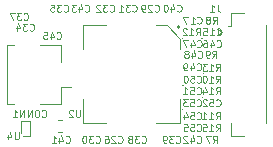
<source format=gbr>
G04 #@! TF.GenerationSoftware,KiCad,Pcbnew,(5.1.5-0-10_14)*
G04 #@! TF.CreationDate,2020-03-10T08:19:59-07:00*
G04 #@! TF.ProjectId,ARBO BT,4152424f-2042-4542-9e6b-696361645f70,rev?*
G04 #@! TF.SameCoordinates,Original*
G04 #@! TF.FileFunction,Legend,Bot*
G04 #@! TF.FilePolarity,Positive*
%FSLAX46Y46*%
G04 Gerber Fmt 4.6, Leading zero omitted, Abs format (unit mm)*
G04 Created by KiCad (PCBNEW (5.1.5-0-10_14)) date 2020-03-10 08:19:59*
%MOMM*%
%LPD*%
G04 APERTURE LIST*
%ADD10C,0.100000*%
G04 APERTURE END LIST*
D10*
X138000000Y-73500000D02*
G75*
G03X138000000Y-73500000I-100000J0D01*
G01*
X138020000Y-74500000D02*
X138020000Y-75380000D01*
X136900000Y-73380000D02*
X138020000Y-74500000D01*
X136020000Y-73380000D02*
X136900000Y-73380000D01*
X138020000Y-81620000D02*
X138020000Y-79620000D01*
X136020000Y-81620000D02*
X138020000Y-81620000D01*
X129780000Y-73380000D02*
X129780000Y-75380000D01*
X131780000Y-73380000D02*
X129780000Y-73380000D01*
X129780000Y-81620000D02*
X129780000Y-79620000D01*
X131780000Y-81620000D02*
X129780000Y-81620000D01*
X129780000Y-73380000D02*
X129780000Y-75380000D01*
X131780000Y-73380000D02*
X129780000Y-73380000D01*
X129780000Y-73380000D02*
X129780000Y-75380000D01*
X131780000Y-73380000D02*
X129780000Y-73380000D01*
X139990000Y-75450000D02*
G75*
G03X139990000Y-75450000I-50000J0D01*
G01*
X125350000Y-82700000D02*
X124750000Y-82700000D01*
X125350000Y-81500000D02*
X125350000Y-82700000D01*
X124550000Y-81500000D02*
X125350000Y-81500000D01*
X124550000Y-82500000D02*
X124550000Y-81500000D01*
X123415000Y-74990000D02*
X123965000Y-74990000D01*
X123415000Y-80010000D02*
X123415000Y-74990000D01*
X123965000Y-80010000D02*
X123415000Y-80010000D01*
X127935000Y-74990000D02*
X127935000Y-76440000D01*
X126185000Y-74990000D02*
X127935000Y-74990000D01*
X127935000Y-78560000D02*
X128825000Y-78560000D01*
X127935000Y-80010000D02*
X127935000Y-78560000D01*
X126185000Y-80010000D02*
X127935000Y-80010000D01*
X139920000Y-74450000D02*
G75*
G03X139920000Y-74450000I-50000J0D01*
G01*
X138270000Y-81550000D02*
G75*
G03X138270000Y-81550000I-50000J0D01*
G01*
X138270000Y-80500000D02*
G75*
G03X138270000Y-80500000I-50000J0D01*
G01*
X139990000Y-79450000D02*
G75*
G03X139990000Y-79450000I-50000J0D01*
G01*
X139890000Y-79500000D02*
G75*
G03X139890000Y-79500000I-50000J0D01*
G01*
X138290000Y-78450000D02*
G75*
G03X138290000Y-78450000I-50000J0D01*
G01*
X139990000Y-77450000D02*
G75*
G03X139990000Y-77450000I-50000J0D01*
G01*
X138260000Y-76450000D02*
G75*
G03X138260000Y-76450000I-50000J0D01*
G01*
X138290000Y-74450000D02*
G75*
G03X138290000Y-74450000I-50000J0D01*
G01*
X141226447Y-74150000D02*
X141226447Y-73650000D01*
X141580000Y-73900000D02*
X141226447Y-74150000D01*
X141226447Y-73650000D02*
X141580000Y-73900000D01*
X145310000Y-73360000D02*
X145310000Y-81640000D01*
X142320000Y-82710000D02*
X142320000Y-81610000D01*
X143440000Y-82710000D02*
X142320000Y-82710000D01*
X142320000Y-73390000D02*
X142080000Y-73390000D01*
X142320000Y-72290000D02*
X142320000Y-73390000D01*
X143440000Y-72290000D02*
X142320000Y-72290000D01*
X127724721Y-81340000D02*
X128050279Y-81340000D01*
X127724721Y-82360000D02*
X128050279Y-82360000D01*
X129557142Y-80521428D02*
X129557142Y-81007142D01*
X129528571Y-81064285D01*
X129500000Y-81092857D01*
X129442857Y-81121428D01*
X129328571Y-81121428D01*
X129271428Y-81092857D01*
X129242857Y-81064285D01*
X129214285Y-81007142D01*
X129214285Y-80521428D01*
X128957142Y-80578571D02*
X128928571Y-80550000D01*
X128871428Y-80521428D01*
X128728571Y-80521428D01*
X128671428Y-80550000D01*
X128642857Y-80578571D01*
X128614285Y-80635714D01*
X128614285Y-80692857D01*
X128642857Y-80778571D01*
X128985714Y-81121428D01*
X128614285Y-81121428D01*
X125285714Y-73764285D02*
X125314285Y-73792857D01*
X125400000Y-73821428D01*
X125457142Y-73821428D01*
X125542857Y-73792857D01*
X125600000Y-73735714D01*
X125628571Y-73678571D01*
X125657142Y-73564285D01*
X125657142Y-73478571D01*
X125628571Y-73364285D01*
X125600000Y-73307142D01*
X125542857Y-73250000D01*
X125457142Y-73221428D01*
X125400000Y-73221428D01*
X125314285Y-73250000D01*
X125285714Y-73278571D01*
X125085714Y-73221428D02*
X124714285Y-73221428D01*
X124914285Y-73450000D01*
X124828571Y-73450000D01*
X124771428Y-73478571D01*
X124742857Y-73507142D01*
X124714285Y-73564285D01*
X124714285Y-73707142D01*
X124742857Y-73764285D01*
X124771428Y-73792857D01*
X124828571Y-73821428D01*
X125000000Y-73821428D01*
X125057142Y-73792857D01*
X125085714Y-73764285D01*
X124200000Y-73421428D02*
X124200000Y-73821428D01*
X124342857Y-73192857D02*
X124485714Y-73621428D01*
X124114285Y-73621428D01*
X128185714Y-72164285D02*
X128214285Y-72192857D01*
X128300000Y-72221428D01*
X128357142Y-72221428D01*
X128442857Y-72192857D01*
X128500000Y-72135714D01*
X128528571Y-72078571D01*
X128557142Y-71964285D01*
X128557142Y-71878571D01*
X128528571Y-71764285D01*
X128500000Y-71707142D01*
X128442857Y-71650000D01*
X128357142Y-71621428D01*
X128300000Y-71621428D01*
X128214285Y-71650000D01*
X128185714Y-71678571D01*
X127985714Y-71621428D02*
X127614285Y-71621428D01*
X127814285Y-71850000D01*
X127728571Y-71850000D01*
X127671428Y-71878571D01*
X127642857Y-71907142D01*
X127614285Y-71964285D01*
X127614285Y-72107142D01*
X127642857Y-72164285D01*
X127671428Y-72192857D01*
X127728571Y-72221428D01*
X127900000Y-72221428D01*
X127957142Y-72192857D01*
X127985714Y-72164285D01*
X127071428Y-71621428D02*
X127357142Y-71621428D01*
X127385714Y-71907142D01*
X127357142Y-71878571D01*
X127300000Y-71850000D01*
X127157142Y-71850000D01*
X127100000Y-71878571D01*
X127071428Y-71907142D01*
X127042857Y-71964285D01*
X127042857Y-72107142D01*
X127071428Y-72164285D01*
X127100000Y-72192857D01*
X127157142Y-72221428D01*
X127300000Y-72221428D01*
X127357142Y-72192857D01*
X127385714Y-72164285D01*
X135885714Y-72164285D02*
X135914285Y-72192857D01*
X136000000Y-72221428D01*
X136057142Y-72221428D01*
X136142857Y-72192857D01*
X136200000Y-72135714D01*
X136228571Y-72078571D01*
X136257142Y-71964285D01*
X136257142Y-71878571D01*
X136228571Y-71764285D01*
X136200000Y-71707142D01*
X136142857Y-71650000D01*
X136057142Y-71621428D01*
X136000000Y-71621428D01*
X135914285Y-71650000D01*
X135885714Y-71678571D01*
X135657142Y-71678571D02*
X135628571Y-71650000D01*
X135571428Y-71621428D01*
X135428571Y-71621428D01*
X135371428Y-71650000D01*
X135342857Y-71678571D01*
X135314285Y-71735714D01*
X135314285Y-71792857D01*
X135342857Y-71878571D01*
X135685714Y-72221428D01*
X135314285Y-72221428D01*
X135028571Y-72221428D02*
X134914285Y-72221428D01*
X134857142Y-72192857D01*
X134828571Y-72164285D01*
X134771428Y-72078571D01*
X134742857Y-71964285D01*
X134742857Y-71735714D01*
X134771428Y-71678571D01*
X134800000Y-71650000D01*
X134857142Y-71621428D01*
X134971428Y-71621428D01*
X135028571Y-71650000D01*
X135057142Y-71678571D01*
X135085714Y-71735714D01*
X135085714Y-71878571D01*
X135057142Y-71935714D01*
X135028571Y-71964285D01*
X134971428Y-71992857D01*
X134857142Y-71992857D01*
X134800000Y-71964285D01*
X134771428Y-71935714D01*
X134742857Y-71878571D01*
X139545714Y-76064285D02*
X139574285Y-76092857D01*
X139660000Y-76121428D01*
X139717142Y-76121428D01*
X139802857Y-76092857D01*
X139860000Y-76035714D01*
X139888571Y-75978571D01*
X139917142Y-75864285D01*
X139917142Y-75778571D01*
X139888571Y-75664285D01*
X139860000Y-75607142D01*
X139802857Y-75550000D01*
X139717142Y-75521428D01*
X139660000Y-75521428D01*
X139574285Y-75550000D01*
X139545714Y-75578571D01*
X139031428Y-75721428D02*
X139031428Y-76121428D01*
X139174285Y-75492857D02*
X139317142Y-75921428D01*
X138945714Y-75921428D01*
X138631428Y-75778571D02*
X138688571Y-75750000D01*
X138717142Y-75721428D01*
X138745714Y-75664285D01*
X138745714Y-75635714D01*
X138717142Y-75578571D01*
X138688571Y-75550000D01*
X138631428Y-75521428D01*
X138517142Y-75521428D01*
X138460000Y-75550000D01*
X138431428Y-75578571D01*
X138402857Y-75635714D01*
X138402857Y-75664285D01*
X138431428Y-75721428D01*
X138460000Y-75750000D01*
X138517142Y-75778571D01*
X138631428Y-75778571D01*
X138688571Y-75807142D01*
X138717142Y-75835714D01*
X138745714Y-75892857D01*
X138745714Y-76007142D01*
X138717142Y-76064285D01*
X138688571Y-76092857D01*
X138631428Y-76121428D01*
X138517142Y-76121428D01*
X138460000Y-76092857D01*
X138431428Y-76064285D01*
X138402857Y-76007142D01*
X138402857Y-75892857D01*
X138431428Y-75835714D01*
X138460000Y-75807142D01*
X138517142Y-75778571D01*
X124357142Y-82421428D02*
X124357142Y-82907142D01*
X124328571Y-82964285D01*
X124300000Y-82992857D01*
X124242857Y-83021428D01*
X124128571Y-83021428D01*
X124071428Y-82992857D01*
X124042857Y-82964285D01*
X124014285Y-82907142D01*
X124014285Y-82421428D01*
X123471428Y-82621428D02*
X123471428Y-83021428D01*
X123614285Y-82392857D02*
X123757142Y-82821428D01*
X123385714Y-82821428D01*
X126342857Y-81064285D02*
X126371428Y-81092857D01*
X126457142Y-81121428D01*
X126514285Y-81121428D01*
X126600000Y-81092857D01*
X126657142Y-81035714D01*
X126685714Y-80978571D01*
X126714285Y-80864285D01*
X126714285Y-80778571D01*
X126685714Y-80664285D01*
X126657142Y-80607142D01*
X126600000Y-80550000D01*
X126514285Y-80521428D01*
X126457142Y-80521428D01*
X126371428Y-80550000D01*
X126342857Y-80578571D01*
X125971428Y-80521428D02*
X125857142Y-80521428D01*
X125800000Y-80550000D01*
X125742857Y-80607142D01*
X125714285Y-80721428D01*
X125714285Y-80921428D01*
X125742857Y-81035714D01*
X125800000Y-81092857D01*
X125857142Y-81121428D01*
X125971428Y-81121428D01*
X126028571Y-81092857D01*
X126085714Y-81035714D01*
X126114285Y-80921428D01*
X126114285Y-80721428D01*
X126085714Y-80607142D01*
X126028571Y-80550000D01*
X125971428Y-80521428D01*
X125457142Y-81121428D02*
X125457142Y-80521428D01*
X125114285Y-81121428D01*
X125114285Y-80521428D01*
X124828571Y-81121428D02*
X124828571Y-80521428D01*
X124485714Y-81121428D01*
X124485714Y-80521428D01*
X123885714Y-81121428D02*
X124228571Y-81121428D01*
X124057142Y-81121428D02*
X124057142Y-80521428D01*
X124114285Y-80607142D01*
X124171428Y-80664285D01*
X124228571Y-80692857D01*
X132085714Y-72164285D02*
X132114285Y-72192857D01*
X132200000Y-72221428D01*
X132257142Y-72221428D01*
X132342857Y-72192857D01*
X132400000Y-72135714D01*
X132428571Y-72078571D01*
X132457142Y-71964285D01*
X132457142Y-71878571D01*
X132428571Y-71764285D01*
X132400000Y-71707142D01*
X132342857Y-71650000D01*
X132257142Y-71621428D01*
X132200000Y-71621428D01*
X132114285Y-71650000D01*
X132085714Y-71678571D01*
X131885714Y-71621428D02*
X131514285Y-71621428D01*
X131714285Y-71850000D01*
X131628571Y-71850000D01*
X131571428Y-71878571D01*
X131542857Y-71907142D01*
X131514285Y-71964285D01*
X131514285Y-72107142D01*
X131542857Y-72164285D01*
X131571428Y-72192857D01*
X131628571Y-72221428D01*
X131800000Y-72221428D01*
X131857142Y-72192857D01*
X131885714Y-72164285D01*
X131285714Y-71678571D02*
X131257142Y-71650000D01*
X131200000Y-71621428D01*
X131057142Y-71621428D01*
X131000000Y-71650000D01*
X130971428Y-71678571D01*
X130942857Y-71735714D01*
X130942857Y-71792857D01*
X130971428Y-71878571D01*
X131314285Y-72221428D01*
X130942857Y-72221428D01*
X141135714Y-75164285D02*
X141164285Y-75192857D01*
X141250000Y-75221428D01*
X141307142Y-75221428D01*
X141392857Y-75192857D01*
X141450000Y-75135714D01*
X141478571Y-75078571D01*
X141507142Y-74964285D01*
X141507142Y-74878571D01*
X141478571Y-74764285D01*
X141450000Y-74707142D01*
X141392857Y-74650000D01*
X141307142Y-74621428D01*
X141250000Y-74621428D01*
X141164285Y-74650000D01*
X141135714Y-74678571D01*
X140621428Y-74821428D02*
X140621428Y-75221428D01*
X140764285Y-74592857D02*
X140907142Y-75021428D01*
X140535714Y-75021428D01*
X140050000Y-74621428D02*
X140164285Y-74621428D01*
X140221428Y-74650000D01*
X140250000Y-74678571D01*
X140307142Y-74764285D01*
X140335714Y-74878571D01*
X140335714Y-75107142D01*
X140307142Y-75164285D01*
X140278571Y-75192857D01*
X140221428Y-75221428D01*
X140107142Y-75221428D01*
X140050000Y-75192857D01*
X140021428Y-75164285D01*
X139992857Y-75107142D01*
X139992857Y-74964285D01*
X140021428Y-74907142D01*
X140050000Y-74878571D01*
X140107142Y-74850000D01*
X140221428Y-74850000D01*
X140278571Y-74878571D01*
X140307142Y-74907142D01*
X140335714Y-74964285D01*
X132785714Y-83264285D02*
X132814285Y-83292857D01*
X132900000Y-83321428D01*
X132957142Y-83321428D01*
X133042857Y-83292857D01*
X133100000Y-83235714D01*
X133128571Y-83178571D01*
X133157142Y-83064285D01*
X133157142Y-82978571D01*
X133128571Y-82864285D01*
X133100000Y-82807142D01*
X133042857Y-82750000D01*
X132957142Y-82721428D01*
X132900000Y-82721428D01*
X132814285Y-82750000D01*
X132785714Y-82778571D01*
X132557142Y-82778571D02*
X132528571Y-82750000D01*
X132471428Y-82721428D01*
X132328571Y-82721428D01*
X132271428Y-82750000D01*
X132242857Y-82778571D01*
X132214285Y-82835714D01*
X132214285Y-82892857D01*
X132242857Y-82978571D01*
X132585714Y-83321428D01*
X132214285Y-83321428D01*
X131700000Y-82721428D02*
X131814285Y-82721428D01*
X131871428Y-82750000D01*
X131900000Y-82778571D01*
X131957142Y-82864285D01*
X131985714Y-82978571D01*
X131985714Y-83207142D01*
X131957142Y-83264285D01*
X131928571Y-83292857D01*
X131871428Y-83321428D01*
X131757142Y-83321428D01*
X131700000Y-83292857D01*
X131671428Y-83264285D01*
X131642857Y-83207142D01*
X131642857Y-83064285D01*
X131671428Y-83007142D01*
X131700000Y-82978571D01*
X131757142Y-82950000D01*
X131871428Y-82950000D01*
X131928571Y-82978571D01*
X131957142Y-83007142D01*
X131985714Y-83064285D01*
X137685714Y-83264285D02*
X137714285Y-83292857D01*
X137800000Y-83321428D01*
X137857142Y-83321428D01*
X137942857Y-83292857D01*
X138000000Y-83235714D01*
X138028571Y-83178571D01*
X138057142Y-83064285D01*
X138057142Y-82978571D01*
X138028571Y-82864285D01*
X138000000Y-82807142D01*
X137942857Y-82750000D01*
X137857142Y-82721428D01*
X137800000Y-82721428D01*
X137714285Y-82750000D01*
X137685714Y-82778571D01*
X137485714Y-82721428D02*
X137114285Y-82721428D01*
X137314285Y-82950000D01*
X137228571Y-82950000D01*
X137171428Y-82978571D01*
X137142857Y-83007142D01*
X137114285Y-83064285D01*
X137114285Y-83207142D01*
X137142857Y-83264285D01*
X137171428Y-83292857D01*
X137228571Y-83321428D01*
X137400000Y-83321428D01*
X137457142Y-83292857D01*
X137485714Y-83264285D01*
X136828571Y-83321428D02*
X136714285Y-83321428D01*
X136657142Y-83292857D01*
X136628571Y-83264285D01*
X136571428Y-83178571D01*
X136542857Y-83064285D01*
X136542857Y-82835714D01*
X136571428Y-82778571D01*
X136600000Y-82750000D01*
X136657142Y-82721428D01*
X136771428Y-82721428D01*
X136828571Y-82750000D01*
X136857142Y-82778571D01*
X136885714Y-82835714D01*
X136885714Y-82978571D01*
X136857142Y-83035714D01*
X136828571Y-83064285D01*
X136771428Y-83092857D01*
X136657142Y-83092857D01*
X136600000Y-83064285D01*
X136571428Y-83035714D01*
X136542857Y-82978571D01*
X141085714Y-82321428D02*
X141285714Y-82035714D01*
X141428571Y-82321428D02*
X141428571Y-81721428D01*
X141200000Y-81721428D01*
X141142857Y-81750000D01*
X141114285Y-81778571D01*
X141085714Y-81835714D01*
X141085714Y-81921428D01*
X141114285Y-81978571D01*
X141142857Y-82007142D01*
X141200000Y-82035714D01*
X141428571Y-82035714D01*
X140514285Y-82321428D02*
X140857142Y-82321428D01*
X140685714Y-82321428D02*
X140685714Y-81721428D01*
X140742857Y-81807142D01*
X140800000Y-81864285D01*
X140857142Y-81892857D01*
X139971428Y-81721428D02*
X140257142Y-81721428D01*
X140285714Y-82007142D01*
X140257142Y-81978571D01*
X140200000Y-81950000D01*
X140057142Y-81950000D01*
X140000000Y-81978571D01*
X139971428Y-82007142D01*
X139942857Y-82064285D01*
X139942857Y-82207142D01*
X139971428Y-82264285D01*
X140000000Y-82292857D01*
X140057142Y-82321428D01*
X140200000Y-82321428D01*
X140257142Y-82292857D01*
X140285714Y-82264285D01*
X141075714Y-79221428D02*
X141275714Y-78935714D01*
X141418571Y-79221428D02*
X141418571Y-78621428D01*
X141190000Y-78621428D01*
X141132857Y-78650000D01*
X141104285Y-78678571D01*
X141075714Y-78735714D01*
X141075714Y-78821428D01*
X141104285Y-78878571D01*
X141132857Y-78907142D01*
X141190000Y-78935714D01*
X141418571Y-78935714D01*
X140504285Y-79221428D02*
X140847142Y-79221428D01*
X140675714Y-79221428D02*
X140675714Y-78621428D01*
X140732857Y-78707142D01*
X140790000Y-78764285D01*
X140847142Y-78792857D01*
X139990000Y-78821428D02*
X139990000Y-79221428D01*
X140132857Y-78592857D02*
X140275714Y-79021428D01*
X139904285Y-79021428D01*
X141075714Y-77221428D02*
X141275714Y-76935714D01*
X141418571Y-77221428D02*
X141418571Y-76621428D01*
X141190000Y-76621428D01*
X141132857Y-76650000D01*
X141104285Y-76678571D01*
X141075714Y-76735714D01*
X141075714Y-76821428D01*
X141104285Y-76878571D01*
X141132857Y-76907142D01*
X141190000Y-76935714D01*
X141418571Y-76935714D01*
X140504285Y-77221428D02*
X140847142Y-77221428D01*
X140675714Y-77221428D02*
X140675714Y-76621428D01*
X140732857Y-76707142D01*
X140790000Y-76764285D01*
X140847142Y-76792857D01*
X140304285Y-76621428D02*
X139932857Y-76621428D01*
X140132857Y-76850000D01*
X140047142Y-76850000D01*
X139990000Y-76878571D01*
X139961428Y-76907142D01*
X139932857Y-76964285D01*
X139932857Y-77107142D01*
X139961428Y-77164285D01*
X139990000Y-77192857D01*
X140047142Y-77221428D01*
X140218571Y-77221428D01*
X140275714Y-77192857D01*
X140304285Y-77164285D01*
X139385714Y-74221428D02*
X139585714Y-73935714D01*
X139728571Y-74221428D02*
X139728571Y-73621428D01*
X139500000Y-73621428D01*
X139442857Y-73650000D01*
X139414285Y-73678571D01*
X139385714Y-73735714D01*
X139385714Y-73821428D01*
X139414285Y-73878571D01*
X139442857Y-73907142D01*
X139500000Y-73935714D01*
X139728571Y-73935714D01*
X138814285Y-74221428D02*
X139157142Y-74221428D01*
X138985714Y-74221428D02*
X138985714Y-73621428D01*
X139042857Y-73707142D01*
X139100000Y-73764285D01*
X139157142Y-73792857D01*
X138585714Y-73678571D02*
X138557142Y-73650000D01*
X138500000Y-73621428D01*
X138357142Y-73621428D01*
X138300000Y-73650000D01*
X138271428Y-73678571D01*
X138242857Y-73735714D01*
X138242857Y-73792857D01*
X138271428Y-73878571D01*
X138614285Y-74221428D01*
X138242857Y-74221428D01*
X141065714Y-81321428D02*
X141265714Y-81035714D01*
X141408571Y-81321428D02*
X141408571Y-80721428D01*
X141180000Y-80721428D01*
X141122857Y-80750000D01*
X141094285Y-80778571D01*
X141065714Y-80835714D01*
X141065714Y-80921428D01*
X141094285Y-80978571D01*
X141122857Y-81007142D01*
X141180000Y-81035714D01*
X141408571Y-81035714D01*
X140494285Y-81321428D02*
X140837142Y-81321428D01*
X140665714Y-81321428D02*
X140665714Y-80721428D01*
X140722857Y-80807142D01*
X140780000Y-80864285D01*
X140837142Y-80892857D01*
X139922857Y-81321428D02*
X140265714Y-81321428D01*
X140094285Y-81321428D02*
X140094285Y-80721428D01*
X140151428Y-80807142D01*
X140208571Y-80864285D01*
X140265714Y-80892857D01*
X141085714Y-78221428D02*
X141285714Y-77935714D01*
X141428571Y-78221428D02*
X141428571Y-77621428D01*
X141200000Y-77621428D01*
X141142857Y-77650000D01*
X141114285Y-77678571D01*
X141085714Y-77735714D01*
X141085714Y-77821428D01*
X141114285Y-77878571D01*
X141142857Y-77907142D01*
X141200000Y-77935714D01*
X141428571Y-77935714D01*
X140514285Y-78221428D02*
X140857142Y-78221428D01*
X140685714Y-78221428D02*
X140685714Y-77621428D01*
X140742857Y-77707142D01*
X140800000Y-77764285D01*
X140857142Y-77792857D01*
X140142857Y-77621428D02*
X140085714Y-77621428D01*
X140028571Y-77650000D01*
X140000000Y-77678571D01*
X139971428Y-77735714D01*
X139942857Y-77850000D01*
X139942857Y-77992857D01*
X139971428Y-78107142D01*
X140000000Y-78164285D01*
X140028571Y-78192857D01*
X140085714Y-78221428D01*
X140142857Y-78221428D01*
X140200000Y-78192857D01*
X140228571Y-78164285D01*
X140257142Y-78107142D01*
X140285714Y-77992857D01*
X140285714Y-77850000D01*
X140257142Y-77735714D01*
X140228571Y-77678571D01*
X140200000Y-77650000D01*
X140142857Y-77621428D01*
X140770000Y-76121428D02*
X140970000Y-75835714D01*
X141112857Y-76121428D02*
X141112857Y-75521428D01*
X140884285Y-75521428D01*
X140827142Y-75550000D01*
X140798571Y-75578571D01*
X140770000Y-75635714D01*
X140770000Y-75721428D01*
X140798571Y-75778571D01*
X140827142Y-75807142D01*
X140884285Y-75835714D01*
X141112857Y-75835714D01*
X140484285Y-76121428D02*
X140370000Y-76121428D01*
X140312857Y-76092857D01*
X140284285Y-76064285D01*
X140227142Y-75978571D01*
X140198571Y-75864285D01*
X140198571Y-75635714D01*
X140227142Y-75578571D01*
X140255714Y-75550000D01*
X140312857Y-75521428D01*
X140427142Y-75521428D01*
X140484285Y-75550000D01*
X140512857Y-75578571D01*
X140541428Y-75635714D01*
X140541428Y-75778571D01*
X140512857Y-75835714D01*
X140484285Y-75864285D01*
X140427142Y-75892857D01*
X140312857Y-75892857D01*
X140255714Y-75864285D01*
X140227142Y-75835714D01*
X140198571Y-75778571D01*
X140800000Y-73221428D02*
X141000000Y-72935714D01*
X141142857Y-73221428D02*
X141142857Y-72621428D01*
X140914285Y-72621428D01*
X140857142Y-72650000D01*
X140828571Y-72678571D01*
X140800000Y-72735714D01*
X140800000Y-72821428D01*
X140828571Y-72878571D01*
X140857142Y-72907142D01*
X140914285Y-72935714D01*
X141142857Y-72935714D01*
X140457142Y-72878571D02*
X140514285Y-72850000D01*
X140542857Y-72821428D01*
X140571428Y-72764285D01*
X140571428Y-72735714D01*
X140542857Y-72678571D01*
X140514285Y-72650000D01*
X140457142Y-72621428D01*
X140342857Y-72621428D01*
X140285714Y-72650000D01*
X140257142Y-72678571D01*
X140228571Y-72735714D01*
X140228571Y-72764285D01*
X140257142Y-72821428D01*
X140285714Y-72850000D01*
X140342857Y-72878571D01*
X140457142Y-72878571D01*
X140514285Y-72907142D01*
X140542857Y-72935714D01*
X140571428Y-72992857D01*
X140571428Y-73107142D01*
X140542857Y-73164285D01*
X140514285Y-73192857D01*
X140457142Y-73221428D01*
X140342857Y-73221428D01*
X140285714Y-73192857D01*
X140257142Y-73164285D01*
X140228571Y-73107142D01*
X140228571Y-72992857D01*
X140257142Y-72935714D01*
X140285714Y-72907142D01*
X140342857Y-72878571D01*
X139465714Y-82264285D02*
X139494285Y-82292857D01*
X139580000Y-82321428D01*
X139637142Y-82321428D01*
X139722857Y-82292857D01*
X139780000Y-82235714D01*
X139808571Y-82178571D01*
X139837142Y-82064285D01*
X139837142Y-81978571D01*
X139808571Y-81864285D01*
X139780000Y-81807142D01*
X139722857Y-81750000D01*
X139637142Y-81721428D01*
X139580000Y-81721428D01*
X139494285Y-81750000D01*
X139465714Y-81778571D01*
X138922857Y-81721428D02*
X139208571Y-81721428D01*
X139237142Y-82007142D01*
X139208571Y-81978571D01*
X139151428Y-81950000D01*
X139008571Y-81950000D01*
X138951428Y-81978571D01*
X138922857Y-82007142D01*
X138894285Y-82064285D01*
X138894285Y-82207142D01*
X138922857Y-82264285D01*
X138951428Y-82292857D01*
X139008571Y-82321428D01*
X139151428Y-82321428D01*
X139208571Y-82292857D01*
X139237142Y-82264285D01*
X138351428Y-81721428D02*
X138637142Y-81721428D01*
X138665714Y-82007142D01*
X138637142Y-81978571D01*
X138580000Y-81950000D01*
X138437142Y-81950000D01*
X138380000Y-81978571D01*
X138351428Y-82007142D01*
X138322857Y-82064285D01*
X138322857Y-82207142D01*
X138351428Y-82264285D01*
X138380000Y-82292857D01*
X138437142Y-82321428D01*
X138580000Y-82321428D01*
X138637142Y-82292857D01*
X138665714Y-82264285D01*
X139465714Y-81264285D02*
X139494285Y-81292857D01*
X139580000Y-81321428D01*
X139637142Y-81321428D01*
X139722857Y-81292857D01*
X139780000Y-81235714D01*
X139808571Y-81178571D01*
X139837142Y-81064285D01*
X139837142Y-80978571D01*
X139808571Y-80864285D01*
X139780000Y-80807142D01*
X139722857Y-80750000D01*
X139637142Y-80721428D01*
X139580000Y-80721428D01*
X139494285Y-80750000D01*
X139465714Y-80778571D01*
X138922857Y-80721428D02*
X139208571Y-80721428D01*
X139237142Y-81007142D01*
X139208571Y-80978571D01*
X139151428Y-80950000D01*
X139008571Y-80950000D01*
X138951428Y-80978571D01*
X138922857Y-81007142D01*
X138894285Y-81064285D01*
X138894285Y-81207142D01*
X138922857Y-81264285D01*
X138951428Y-81292857D01*
X139008571Y-81321428D01*
X139151428Y-81321428D01*
X139208571Y-81292857D01*
X139237142Y-81264285D01*
X138380000Y-80921428D02*
X138380000Y-81321428D01*
X138522857Y-80692857D02*
X138665714Y-81121428D01*
X138294285Y-81121428D01*
X139445714Y-80164285D02*
X139474285Y-80192857D01*
X139560000Y-80221428D01*
X139617142Y-80221428D01*
X139702857Y-80192857D01*
X139760000Y-80135714D01*
X139788571Y-80078571D01*
X139817142Y-79964285D01*
X139817142Y-79878571D01*
X139788571Y-79764285D01*
X139760000Y-79707142D01*
X139702857Y-79650000D01*
X139617142Y-79621428D01*
X139560000Y-79621428D01*
X139474285Y-79650000D01*
X139445714Y-79678571D01*
X138902857Y-79621428D02*
X139188571Y-79621428D01*
X139217142Y-79907142D01*
X139188571Y-79878571D01*
X139131428Y-79850000D01*
X138988571Y-79850000D01*
X138931428Y-79878571D01*
X138902857Y-79907142D01*
X138874285Y-79964285D01*
X138874285Y-80107142D01*
X138902857Y-80164285D01*
X138931428Y-80192857D01*
X138988571Y-80221428D01*
X139131428Y-80221428D01*
X139188571Y-80192857D01*
X139217142Y-80164285D01*
X138674285Y-79621428D02*
X138302857Y-79621428D01*
X138502857Y-79850000D01*
X138417142Y-79850000D01*
X138360000Y-79878571D01*
X138331428Y-79907142D01*
X138302857Y-79964285D01*
X138302857Y-80107142D01*
X138331428Y-80164285D01*
X138360000Y-80192857D01*
X138417142Y-80221428D01*
X138588571Y-80221428D01*
X138645714Y-80192857D01*
X138674285Y-80164285D01*
X141085714Y-80164285D02*
X141114285Y-80192857D01*
X141200000Y-80221428D01*
X141257142Y-80221428D01*
X141342857Y-80192857D01*
X141400000Y-80135714D01*
X141428571Y-80078571D01*
X141457142Y-79964285D01*
X141457142Y-79878571D01*
X141428571Y-79764285D01*
X141400000Y-79707142D01*
X141342857Y-79650000D01*
X141257142Y-79621428D01*
X141200000Y-79621428D01*
X141114285Y-79650000D01*
X141085714Y-79678571D01*
X140542857Y-79621428D02*
X140828571Y-79621428D01*
X140857142Y-79907142D01*
X140828571Y-79878571D01*
X140771428Y-79850000D01*
X140628571Y-79850000D01*
X140571428Y-79878571D01*
X140542857Y-79907142D01*
X140514285Y-79964285D01*
X140514285Y-80107142D01*
X140542857Y-80164285D01*
X140571428Y-80192857D01*
X140628571Y-80221428D01*
X140771428Y-80221428D01*
X140828571Y-80192857D01*
X140857142Y-80164285D01*
X140285714Y-79678571D02*
X140257142Y-79650000D01*
X140200000Y-79621428D01*
X140057142Y-79621428D01*
X140000000Y-79650000D01*
X139971428Y-79678571D01*
X139942857Y-79735714D01*
X139942857Y-79792857D01*
X139971428Y-79878571D01*
X140314285Y-80221428D01*
X139942857Y-80221428D01*
X139455714Y-79164285D02*
X139484285Y-79192857D01*
X139570000Y-79221428D01*
X139627142Y-79221428D01*
X139712857Y-79192857D01*
X139770000Y-79135714D01*
X139798571Y-79078571D01*
X139827142Y-78964285D01*
X139827142Y-78878571D01*
X139798571Y-78764285D01*
X139770000Y-78707142D01*
X139712857Y-78650000D01*
X139627142Y-78621428D01*
X139570000Y-78621428D01*
X139484285Y-78650000D01*
X139455714Y-78678571D01*
X138912857Y-78621428D02*
X139198571Y-78621428D01*
X139227142Y-78907142D01*
X139198571Y-78878571D01*
X139141428Y-78850000D01*
X138998571Y-78850000D01*
X138941428Y-78878571D01*
X138912857Y-78907142D01*
X138884285Y-78964285D01*
X138884285Y-79107142D01*
X138912857Y-79164285D01*
X138941428Y-79192857D01*
X138998571Y-79221428D01*
X139141428Y-79221428D01*
X139198571Y-79192857D01*
X139227142Y-79164285D01*
X138312857Y-79221428D02*
X138655714Y-79221428D01*
X138484285Y-79221428D02*
X138484285Y-78621428D01*
X138541428Y-78707142D01*
X138598571Y-78764285D01*
X138655714Y-78792857D01*
X139465714Y-78164285D02*
X139494285Y-78192857D01*
X139580000Y-78221428D01*
X139637142Y-78221428D01*
X139722857Y-78192857D01*
X139780000Y-78135714D01*
X139808571Y-78078571D01*
X139837142Y-77964285D01*
X139837142Y-77878571D01*
X139808571Y-77764285D01*
X139780000Y-77707142D01*
X139722857Y-77650000D01*
X139637142Y-77621428D01*
X139580000Y-77621428D01*
X139494285Y-77650000D01*
X139465714Y-77678571D01*
X138922857Y-77621428D02*
X139208571Y-77621428D01*
X139237142Y-77907142D01*
X139208571Y-77878571D01*
X139151428Y-77850000D01*
X139008571Y-77850000D01*
X138951428Y-77878571D01*
X138922857Y-77907142D01*
X138894285Y-77964285D01*
X138894285Y-78107142D01*
X138922857Y-78164285D01*
X138951428Y-78192857D01*
X139008571Y-78221428D01*
X139151428Y-78221428D01*
X139208571Y-78192857D01*
X139237142Y-78164285D01*
X138522857Y-77621428D02*
X138465714Y-77621428D01*
X138408571Y-77650000D01*
X138380000Y-77678571D01*
X138351428Y-77735714D01*
X138322857Y-77850000D01*
X138322857Y-77992857D01*
X138351428Y-78107142D01*
X138380000Y-78164285D01*
X138408571Y-78192857D01*
X138465714Y-78221428D01*
X138522857Y-78221428D01*
X138580000Y-78192857D01*
X138608571Y-78164285D01*
X138637142Y-78107142D01*
X138665714Y-77992857D01*
X138665714Y-77850000D01*
X138637142Y-77735714D01*
X138608571Y-77678571D01*
X138580000Y-77650000D01*
X138522857Y-77621428D01*
X139455714Y-77114285D02*
X139484285Y-77142857D01*
X139570000Y-77171428D01*
X139627142Y-77171428D01*
X139712857Y-77142857D01*
X139770000Y-77085714D01*
X139798571Y-77028571D01*
X139827142Y-76914285D01*
X139827142Y-76828571D01*
X139798571Y-76714285D01*
X139770000Y-76657142D01*
X139712857Y-76600000D01*
X139627142Y-76571428D01*
X139570000Y-76571428D01*
X139484285Y-76600000D01*
X139455714Y-76628571D01*
X138941428Y-76771428D02*
X138941428Y-77171428D01*
X139084285Y-76542857D02*
X139227142Y-76971428D01*
X138855714Y-76971428D01*
X138598571Y-77171428D02*
X138484285Y-77171428D01*
X138427142Y-77142857D01*
X138398571Y-77114285D01*
X138341428Y-77028571D01*
X138312857Y-76914285D01*
X138312857Y-76685714D01*
X138341428Y-76628571D01*
X138370000Y-76600000D01*
X138427142Y-76571428D01*
X138541428Y-76571428D01*
X138598571Y-76600000D01*
X138627142Y-76628571D01*
X138655714Y-76685714D01*
X138655714Y-76828571D01*
X138627142Y-76885714D01*
X138598571Y-76914285D01*
X138541428Y-76942857D01*
X138427142Y-76942857D01*
X138370000Y-76914285D01*
X138341428Y-76885714D01*
X138312857Y-76828571D01*
X139485714Y-75164285D02*
X139514285Y-75192857D01*
X139600000Y-75221428D01*
X139657142Y-75221428D01*
X139742857Y-75192857D01*
X139800000Y-75135714D01*
X139828571Y-75078571D01*
X139857142Y-74964285D01*
X139857142Y-74878571D01*
X139828571Y-74764285D01*
X139800000Y-74707142D01*
X139742857Y-74650000D01*
X139657142Y-74621428D01*
X139600000Y-74621428D01*
X139514285Y-74650000D01*
X139485714Y-74678571D01*
X138971428Y-74821428D02*
X138971428Y-75221428D01*
X139114285Y-74592857D02*
X139257142Y-75021428D01*
X138885714Y-75021428D01*
X138714285Y-74621428D02*
X138314285Y-74621428D01*
X138571428Y-75221428D01*
X139485714Y-73164285D02*
X139514285Y-73192857D01*
X139600000Y-73221428D01*
X139657142Y-73221428D01*
X139742857Y-73192857D01*
X139800000Y-73135714D01*
X139828571Y-73078571D01*
X139857142Y-72964285D01*
X139857142Y-72878571D01*
X139828571Y-72764285D01*
X139800000Y-72707142D01*
X139742857Y-72650000D01*
X139657142Y-72621428D01*
X139600000Y-72621428D01*
X139514285Y-72650000D01*
X139485714Y-72678571D01*
X138914285Y-73221428D02*
X139257142Y-73221428D01*
X139085714Y-73221428D02*
X139085714Y-72621428D01*
X139142857Y-72707142D01*
X139200000Y-72764285D01*
X139257142Y-72792857D01*
X138714285Y-72621428D02*
X138314285Y-72621428D01*
X138571428Y-73221428D01*
X141115714Y-74164285D02*
X141144285Y-74192857D01*
X141230000Y-74221428D01*
X141287142Y-74221428D01*
X141372857Y-74192857D01*
X141430000Y-74135714D01*
X141458571Y-74078571D01*
X141487142Y-73964285D01*
X141487142Y-73878571D01*
X141458571Y-73764285D01*
X141430000Y-73707142D01*
X141372857Y-73650000D01*
X141287142Y-73621428D01*
X141230000Y-73621428D01*
X141144285Y-73650000D01*
X141115714Y-73678571D01*
X140544285Y-74221428D02*
X140887142Y-74221428D01*
X140715714Y-74221428D02*
X140715714Y-73621428D01*
X140772857Y-73707142D01*
X140830000Y-73764285D01*
X140887142Y-73792857D01*
X140001428Y-73621428D02*
X140287142Y-73621428D01*
X140315714Y-73907142D01*
X140287142Y-73878571D01*
X140230000Y-73850000D01*
X140087142Y-73850000D01*
X140030000Y-73878571D01*
X140001428Y-73907142D01*
X139972857Y-73964285D01*
X139972857Y-74107142D01*
X140001428Y-74164285D01*
X140030000Y-74192857D01*
X140087142Y-74221428D01*
X140230000Y-74221428D01*
X140287142Y-74192857D01*
X140315714Y-74164285D01*
X141200000Y-71621428D02*
X141200000Y-72050000D01*
X141228571Y-72135714D01*
X141285714Y-72192857D01*
X141371428Y-72221428D01*
X141428571Y-72221428D01*
X140600000Y-72221428D02*
X140942857Y-72221428D01*
X140771428Y-72221428D02*
X140771428Y-71621428D01*
X140828571Y-71707142D01*
X140885714Y-71764285D01*
X140942857Y-71792857D01*
X140820000Y-83321428D02*
X141020000Y-83035714D01*
X141162857Y-83321428D02*
X141162857Y-82721428D01*
X140934285Y-82721428D01*
X140877142Y-82750000D01*
X140848571Y-82778571D01*
X140820000Y-82835714D01*
X140820000Y-82921428D01*
X140848571Y-82978571D01*
X140877142Y-83007142D01*
X140934285Y-83035714D01*
X141162857Y-83035714D01*
X140620000Y-82721428D02*
X140220000Y-82721428D01*
X140477142Y-83321428D01*
X127585714Y-74464285D02*
X127614285Y-74492857D01*
X127700000Y-74521428D01*
X127757142Y-74521428D01*
X127842857Y-74492857D01*
X127900000Y-74435714D01*
X127928571Y-74378571D01*
X127957142Y-74264285D01*
X127957142Y-74178571D01*
X127928571Y-74064285D01*
X127900000Y-74007142D01*
X127842857Y-73950000D01*
X127757142Y-73921428D01*
X127700000Y-73921428D01*
X127614285Y-73950000D01*
X127585714Y-73978571D01*
X127071428Y-74121428D02*
X127071428Y-74521428D01*
X127214285Y-73892857D02*
X127357142Y-74321428D01*
X126985714Y-74321428D01*
X126471428Y-73921428D02*
X126757142Y-73921428D01*
X126785714Y-74207142D01*
X126757142Y-74178571D01*
X126700000Y-74150000D01*
X126557142Y-74150000D01*
X126500000Y-74178571D01*
X126471428Y-74207142D01*
X126442857Y-74264285D01*
X126442857Y-74407142D01*
X126471428Y-74464285D01*
X126500000Y-74492857D01*
X126557142Y-74521428D01*
X126700000Y-74521428D01*
X126757142Y-74492857D01*
X126785714Y-74464285D01*
X129985714Y-72164285D02*
X130014285Y-72192857D01*
X130100000Y-72221428D01*
X130157142Y-72221428D01*
X130242857Y-72192857D01*
X130300000Y-72135714D01*
X130328571Y-72078571D01*
X130357142Y-71964285D01*
X130357142Y-71878571D01*
X130328571Y-71764285D01*
X130300000Y-71707142D01*
X130242857Y-71650000D01*
X130157142Y-71621428D01*
X130100000Y-71621428D01*
X130014285Y-71650000D01*
X129985714Y-71678571D01*
X129471428Y-71821428D02*
X129471428Y-72221428D01*
X129614285Y-71592857D02*
X129757142Y-72021428D01*
X129385714Y-72021428D01*
X129214285Y-71621428D02*
X128842857Y-71621428D01*
X129042857Y-71850000D01*
X128957142Y-71850000D01*
X128900000Y-71878571D01*
X128871428Y-71907142D01*
X128842857Y-71964285D01*
X128842857Y-72107142D01*
X128871428Y-72164285D01*
X128900000Y-72192857D01*
X128957142Y-72221428D01*
X129128571Y-72221428D01*
X129185714Y-72192857D01*
X129214285Y-72164285D01*
X139455714Y-83264285D02*
X139484285Y-83292857D01*
X139570000Y-83321428D01*
X139627142Y-83321428D01*
X139712857Y-83292857D01*
X139770000Y-83235714D01*
X139798571Y-83178571D01*
X139827142Y-83064285D01*
X139827142Y-82978571D01*
X139798571Y-82864285D01*
X139770000Y-82807142D01*
X139712857Y-82750000D01*
X139627142Y-82721428D01*
X139570000Y-82721428D01*
X139484285Y-82750000D01*
X139455714Y-82778571D01*
X138941428Y-82921428D02*
X138941428Y-83321428D01*
X139084285Y-82692857D02*
X139227142Y-83121428D01*
X138855714Y-83121428D01*
X138655714Y-82778571D02*
X138627142Y-82750000D01*
X138570000Y-82721428D01*
X138427142Y-82721428D01*
X138370000Y-82750000D01*
X138341428Y-82778571D01*
X138312857Y-82835714D01*
X138312857Y-82892857D01*
X138341428Y-82978571D01*
X138684285Y-83321428D01*
X138312857Y-83321428D01*
X128335714Y-83264285D02*
X128364285Y-83292857D01*
X128450000Y-83321428D01*
X128507142Y-83321428D01*
X128592857Y-83292857D01*
X128650000Y-83235714D01*
X128678571Y-83178571D01*
X128707142Y-83064285D01*
X128707142Y-82978571D01*
X128678571Y-82864285D01*
X128650000Y-82807142D01*
X128592857Y-82750000D01*
X128507142Y-82721428D01*
X128450000Y-82721428D01*
X128364285Y-82750000D01*
X128335714Y-82778571D01*
X127821428Y-82921428D02*
X127821428Y-83321428D01*
X127964285Y-82692857D02*
X128107142Y-83121428D01*
X127735714Y-83121428D01*
X127192857Y-83321428D02*
X127535714Y-83321428D01*
X127364285Y-83321428D02*
X127364285Y-82721428D01*
X127421428Y-82807142D01*
X127478571Y-82864285D01*
X127535714Y-82892857D01*
X137785714Y-72164285D02*
X137814285Y-72192857D01*
X137900000Y-72221428D01*
X137957142Y-72221428D01*
X138042857Y-72192857D01*
X138100000Y-72135714D01*
X138128571Y-72078571D01*
X138157142Y-71964285D01*
X138157142Y-71878571D01*
X138128571Y-71764285D01*
X138100000Y-71707142D01*
X138042857Y-71650000D01*
X137957142Y-71621428D01*
X137900000Y-71621428D01*
X137814285Y-71650000D01*
X137785714Y-71678571D01*
X137271428Y-71821428D02*
X137271428Y-72221428D01*
X137414285Y-71592857D02*
X137557142Y-72021428D01*
X137185714Y-72021428D01*
X136842857Y-71621428D02*
X136785714Y-71621428D01*
X136728571Y-71650000D01*
X136700000Y-71678571D01*
X136671428Y-71735714D01*
X136642857Y-71850000D01*
X136642857Y-71992857D01*
X136671428Y-72107142D01*
X136700000Y-72164285D01*
X136728571Y-72192857D01*
X136785714Y-72221428D01*
X136842857Y-72221428D01*
X136900000Y-72192857D01*
X136928571Y-72164285D01*
X136957142Y-72107142D01*
X136985714Y-71992857D01*
X136985714Y-71850000D01*
X136957142Y-71735714D01*
X136928571Y-71678571D01*
X136900000Y-71650000D01*
X136842857Y-71621428D01*
X134785714Y-83264285D02*
X134814285Y-83292857D01*
X134900000Y-83321428D01*
X134957142Y-83321428D01*
X135042857Y-83292857D01*
X135100000Y-83235714D01*
X135128571Y-83178571D01*
X135157142Y-83064285D01*
X135157142Y-82978571D01*
X135128571Y-82864285D01*
X135100000Y-82807142D01*
X135042857Y-82750000D01*
X134957142Y-82721428D01*
X134900000Y-82721428D01*
X134814285Y-82750000D01*
X134785714Y-82778571D01*
X134585714Y-82721428D02*
X134214285Y-82721428D01*
X134414285Y-82950000D01*
X134328571Y-82950000D01*
X134271428Y-82978571D01*
X134242857Y-83007142D01*
X134214285Y-83064285D01*
X134214285Y-83207142D01*
X134242857Y-83264285D01*
X134271428Y-83292857D01*
X134328571Y-83321428D01*
X134500000Y-83321428D01*
X134557142Y-83292857D01*
X134585714Y-83264285D01*
X133871428Y-82978571D02*
X133928571Y-82950000D01*
X133957142Y-82921428D01*
X133985714Y-82864285D01*
X133985714Y-82835714D01*
X133957142Y-82778571D01*
X133928571Y-82750000D01*
X133871428Y-82721428D01*
X133757142Y-82721428D01*
X133700000Y-82750000D01*
X133671428Y-82778571D01*
X133642857Y-82835714D01*
X133642857Y-82864285D01*
X133671428Y-82921428D01*
X133700000Y-82950000D01*
X133757142Y-82978571D01*
X133871428Y-82978571D01*
X133928571Y-83007142D01*
X133957142Y-83035714D01*
X133985714Y-83092857D01*
X133985714Y-83207142D01*
X133957142Y-83264285D01*
X133928571Y-83292857D01*
X133871428Y-83321428D01*
X133757142Y-83321428D01*
X133700000Y-83292857D01*
X133671428Y-83264285D01*
X133642857Y-83207142D01*
X133642857Y-83092857D01*
X133671428Y-83035714D01*
X133700000Y-83007142D01*
X133757142Y-82978571D01*
X124785714Y-72864285D02*
X124814285Y-72892857D01*
X124900000Y-72921428D01*
X124957142Y-72921428D01*
X125042857Y-72892857D01*
X125100000Y-72835714D01*
X125128571Y-72778571D01*
X125157142Y-72664285D01*
X125157142Y-72578571D01*
X125128571Y-72464285D01*
X125100000Y-72407142D01*
X125042857Y-72350000D01*
X124957142Y-72321428D01*
X124900000Y-72321428D01*
X124814285Y-72350000D01*
X124785714Y-72378571D01*
X124585714Y-72321428D02*
X124214285Y-72321428D01*
X124414285Y-72550000D01*
X124328571Y-72550000D01*
X124271428Y-72578571D01*
X124242857Y-72607142D01*
X124214285Y-72664285D01*
X124214285Y-72807142D01*
X124242857Y-72864285D01*
X124271428Y-72892857D01*
X124328571Y-72921428D01*
X124500000Y-72921428D01*
X124557142Y-72892857D01*
X124585714Y-72864285D01*
X124014285Y-72321428D02*
X123614285Y-72321428D01*
X123871428Y-72921428D01*
X133985714Y-72164285D02*
X134014285Y-72192857D01*
X134100000Y-72221428D01*
X134157142Y-72221428D01*
X134242857Y-72192857D01*
X134300000Y-72135714D01*
X134328571Y-72078571D01*
X134357142Y-71964285D01*
X134357142Y-71878571D01*
X134328571Y-71764285D01*
X134300000Y-71707142D01*
X134242857Y-71650000D01*
X134157142Y-71621428D01*
X134100000Y-71621428D01*
X134014285Y-71650000D01*
X133985714Y-71678571D01*
X133785714Y-71621428D02*
X133414285Y-71621428D01*
X133614285Y-71850000D01*
X133528571Y-71850000D01*
X133471428Y-71878571D01*
X133442857Y-71907142D01*
X133414285Y-71964285D01*
X133414285Y-72107142D01*
X133442857Y-72164285D01*
X133471428Y-72192857D01*
X133528571Y-72221428D01*
X133700000Y-72221428D01*
X133757142Y-72192857D01*
X133785714Y-72164285D01*
X132842857Y-72221428D02*
X133185714Y-72221428D01*
X133014285Y-72221428D02*
X133014285Y-71621428D01*
X133071428Y-71707142D01*
X133128571Y-71764285D01*
X133185714Y-71792857D01*
X130885714Y-83264285D02*
X130914285Y-83292857D01*
X131000000Y-83321428D01*
X131057142Y-83321428D01*
X131142857Y-83292857D01*
X131200000Y-83235714D01*
X131228571Y-83178571D01*
X131257142Y-83064285D01*
X131257142Y-82978571D01*
X131228571Y-82864285D01*
X131200000Y-82807142D01*
X131142857Y-82750000D01*
X131057142Y-82721428D01*
X131000000Y-82721428D01*
X130914285Y-82750000D01*
X130885714Y-82778571D01*
X130685714Y-82721428D02*
X130314285Y-82721428D01*
X130514285Y-82950000D01*
X130428571Y-82950000D01*
X130371428Y-82978571D01*
X130342857Y-83007142D01*
X130314285Y-83064285D01*
X130314285Y-83207142D01*
X130342857Y-83264285D01*
X130371428Y-83292857D01*
X130428571Y-83321428D01*
X130600000Y-83321428D01*
X130657142Y-83292857D01*
X130685714Y-83264285D01*
X129942857Y-82721428D02*
X129885714Y-82721428D01*
X129828571Y-82750000D01*
X129800000Y-82778571D01*
X129771428Y-82835714D01*
X129742857Y-82950000D01*
X129742857Y-83092857D01*
X129771428Y-83207142D01*
X129800000Y-83264285D01*
X129828571Y-83292857D01*
X129885714Y-83321428D01*
X129942857Y-83321428D01*
X130000000Y-83292857D01*
X130028571Y-83264285D01*
X130057142Y-83207142D01*
X130085714Y-83092857D01*
X130085714Y-82950000D01*
X130057142Y-82835714D01*
X130028571Y-82778571D01*
X130000000Y-82750000D01*
X129942857Y-82721428D01*
M02*

</source>
